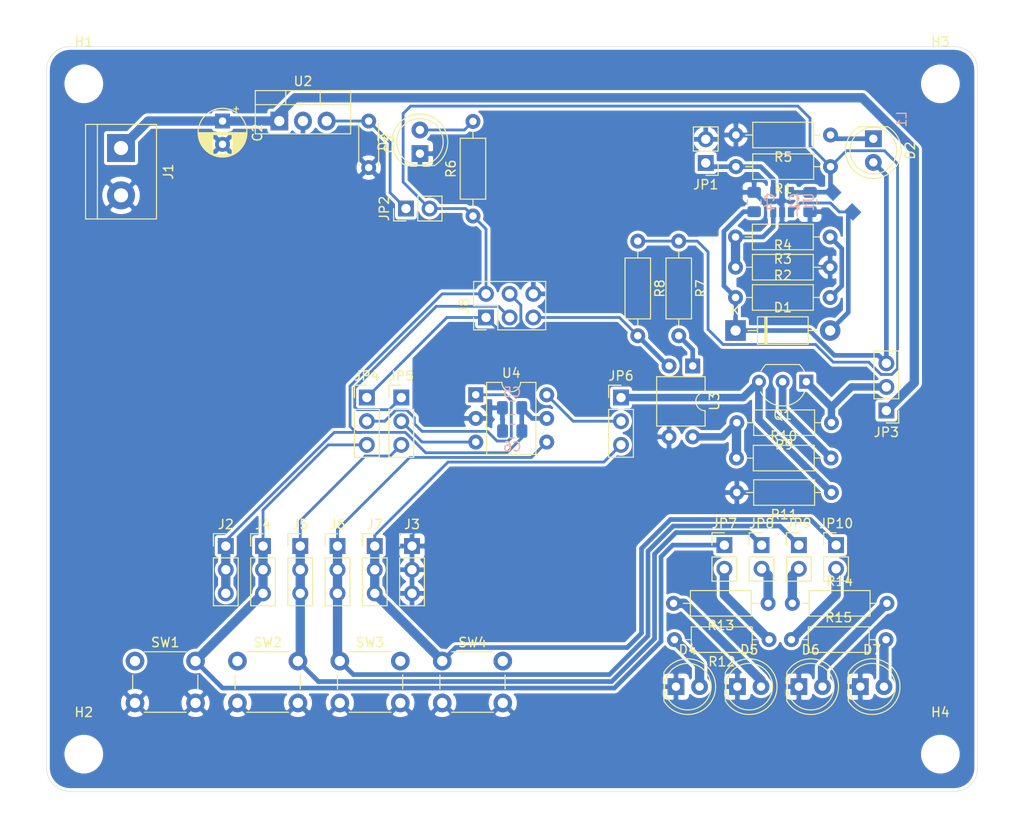
<source format=kicad_pcb>
(kicad_pcb (version 20171130) (host pcbnew 5.1.8)
  (layers (0 F.Cu signal) (31 B.Cu signal) (34 B.Paste user) (35 F.Paste user) (36 B.SilkS user) (37 F.SilkS user) (38 B.Mask user) (39 F.Mask user) (44 Edge.Cuts user))
  (net 0 "")
  (net 1 +5V)
  (net 2 GND)
  (net 3 Vin)
  (net 4 "Net-(C3-Pad1)")
  (net 5 dcdc_12V)
  (net 6 "Net-(D1-Pad2)")
  (net 7 "Net-(D2-Pad1)")
  (net 8 "Net-(D3-Pad2)")
  (net 9 "Net-(D4-Pad2)")
  (net 10 "Net-(D5-Pad2)")
  (net 11 "Net-(D6-Pad2)")
  (net 12 "Net-(D7-Pad2)")
  (net 13 "Net-(JP1-Pad1)")
  (net 14 +12V)
  (net 15 "Net-(JP4-Pad2)")
  (net 16 "Net-(JP5-Pad2)")
  (net 17 "Net-(JP6-Pad2)")
  (net 18 "Net-(Q1-Pad2)")
  (net 19 "Net-(R2-Pad2)")
  (net 20 "Net-(R3-Pad2)")
  (net 21 "Net-(R7-Pad2)")
  (net 22 "Net-(R10-Pad1)")
  (net 23 PB0)
  (net 24 PB1)
  (net 25 PB2)
  (net 26 PB3)
  (net 27 DATA)
  (net 28 CLK)
  (net 29 RESET)
  (net 30 PROG_12V)
  (net 31 "Net-(JP7-Pad2)")
  (net 32 "Net-(JP8-Pad2)")
  (net 33 "Net-(JP9-Pad2)")
  (net 34 "Net-(JP10-Pad2)")
  (module MountingHole:MountingHole_3.5mm (layer F.Cu) (at 196 126)
    (fp_text reference H4 (at 0 -4.5) (layer F.SilkS))
    (fp_text value M3)
    (pad 1 np_thru_hole circle (at 0 0) (size 3.5 3.5) (drill 3.5) (layers *.Cu *.Mask))
  )
  (module MountingHole:MountingHole_3.5mm (layer F.Cu) (at 196 54)
    (fp_text reference H3 (at 0 -4.5) (layer F.SilkS))
    (fp_text value M3)
    (pad 1 np_thru_hole circle (at 0 0) (size 3.5 3.5) (drill 3.5) (layers *.Cu *.Mask))
  )
  (module MountingHole:MountingHole_3.5mm (layer F.Cu) (at 104 126)
    (fp_text reference H2 (at 0 -4.5) (layer F.SilkS))
    (fp_text value M3)
    (pad 1 np_thru_hole circle (at 0 0) (size 3.5 3.5) (drill 3.5) (layers *.Cu *.Mask))
  )
  (module MountingHole:MountingHole_3.5mm (layer F.Cu) (at 104 54)
    (fp_text reference H1 (at 0 -4.5) (layer F.SilkS))
    (fp_text value M3)
    (pad 1 np_thru_hole circle (at 0 0) (size 3.5 3.5) (drill 3.5) (layers *.Cu *.Mask))
  )
  (module Connector_PinHeader_2.54mm:PinHeader_1x02_P2.54mm_Vertical (layer F.Cu) (at 184.8 103.55)
    (fp_text reference JP10 (at 0 -2.33) (layer F.SilkS))
    (fp_text value Jumper)
    (pad 2 thru_hole oval (at 0 2.54) (size 1.7 1.7) (drill 1) (layers *.Cu *.Mask) (net 34 "Net-(JP10-Pad2)"))
    (pad 1 thru_hole rect (at 0 0) (size 1.7 1.7) (drill 1) (layers *.Cu *.Mask) (net 26 PB3))
  )
  (module Connector_PinHeader_2.54mm:PinHeader_1x02_P2.54mm_Vertical (layer F.Cu) (at 180.8 103.55)
    (fp_text reference JP9 (at 0 -2.33) (layer F.SilkS))
    (fp_text value Jumper)
    (pad 2 thru_hole oval (at 0 2.54) (size 1.7 1.7) (drill 1) (layers *.Cu *.Mask) (net 33 "Net-(JP9-Pad2)"))
    (pad 1 thru_hole rect (at 0 0) (size 1.7 1.7) (drill 1) (layers *.Cu *.Mask) (net 25 PB2))
  )
  (module Connector_PinHeader_2.54mm:PinHeader_1x02_P2.54mm_Vertical (layer F.Cu) (at 176.8 103.55)
    (fp_text reference JP8 (at 0 -2.33) (layer F.SilkS))
    (fp_text value Jumper)
    (pad 2 thru_hole oval (at 0 2.54) (size 1.7 1.7) (drill 1) (layers *.Cu *.Mask) (net 32 "Net-(JP8-Pad2)"))
    (pad 1 thru_hole rect (at 0 0) (size 1.7 1.7) (drill 1) (layers *.Cu *.Mask) (net 24 PB1))
  )
  (module Connector_PinHeader_2.54mm:PinHeader_1x02_P2.54mm_Vertical (layer F.Cu) (at 172.8 103.55)
    (fp_text reference JP7 (at 0 -2.33) (layer F.SilkS))
    (fp_text value Jumper)
    (pad 2 thru_hole oval (at 0 2.54) (size 1.7 1.7) (drill 1) (layers *.Cu *.Mask) (net 31 "Net-(JP7-Pad2)"))
    (pad 1 thru_hole rect (at 0 0) (size 1.7 1.7) (drill 1) (layers *.Cu *.Mask) (net 23 PB0))
  )
  (module Capacitor_SMD:C_0805_2012Metric_Pad1.18x1.45mm_HandSolder (layer B.Cu) (at 182 66.7 270)
    (fp_text reference C1 (at 0 1.68 90) (layer B.SilkS) (effects (justify mirror)))
    (fp_text value 1u)
    (pad 1 smd roundrect (at -1.0375 0 270) (size 1.175 1.45) (layers B.Cu B.Paste B.Mask) (roundrect_rratio 0.2127659574468085) (net 1 +5V))
    (pad 2 smd roundrect (at 1.0375 0 270) (size 1.175 1.45) (layers B.Cu B.Paste B.Mask) (roundrect_rratio 0.2127659574468085) (net 2 GND))
  )
  (module Capacitor_THT:CP_Radial_D5.0mm_P2.50mm (layer F.Cu) (at 118.9 58 270)
    (fp_text reference C2 (at 1.25 -3.75 90) (layer F.SilkS))
    (fp_text value 0.33u)
    (pad 1 thru_hole rect (at 0 0 270) (size 1.6 1.6) (drill 0.8) (layers *.Cu *.Mask) (net 3 Vin))
    (pad 2 thru_hole circle (at 2.5 0 270) (size 1.6 1.6) (drill 0.8) (layers *.Cu *.Mask) (net 2 GND))
  )
  (module Capacitor_THT:C_Disc_D4.3mm_W1.9mm_P5.00mm (layer F.Cu) (at 134.6 58 270)
    (fp_text reference C3 (at 2.5 -2.2 90) (layer F.SilkS))
    (fp_text value 100n)
    (pad 1 thru_hole circle (at 0 0 270) (size 1.6 1.6) (drill 0.8) (layers *.Cu *.Mask) (net 4 "Net-(C3-Pad1)"))
    (pad 2 thru_hole circle (at 5 0 270) (size 1.6 1.6) (drill 0.8) (layers *.Cu *.Mask) (net 2 GND))
  )
  (module Capacitor_SMD:C_0805_2012Metric_Pad1.18x1.45mm_HandSolder (layer B.Cu) (at 176 66.7 90)
    (fp_text reference C4 (at 0 1.68 90) (layer B.SilkS) (effects (justify mirror)))
    (fp_text value 1u)
    (pad 2 smd roundrect (at 1.0375 0 90) (size 1.175 1.45) (layers B.Cu B.Paste B.Mask) (roundrect_rratio 0.2127659574468085) (net 2 GND))
    (pad 1 smd roundrect (at -1.0375 0 90) (size 1.175 1.45) (layers B.Cu B.Paste B.Mask) (roundrect_rratio 0.2127659574468085) (net 5 dcdc_12V))
  )
  (module Diode_THT:D_DO-41_SOD81_P10.16mm_Horizontal (layer F.Cu) (at 174 80.5)
    (fp_text reference D1 (at 5.08 -2.47) (layer F.SilkS))
    (fp_text value 1N5819)
    (fp_text user K (at 0 -2.1) (layer F.SilkS))
    (pad 1 thru_hole rect (at 0 0) (size 2.2 2.2) (drill 1.1) (layers *.Cu *.Mask) (net 5 dcdc_12V))
    (pad 2 thru_hole oval (at 10.16 0) (size 2.2 2.2) (drill 1.1) (layers *.Cu *.Mask) (net 6 "Net-(D1-Pad2)"))
  )
  (module LED_THT:LED_D5.0mm (layer F.Cu) (at 188.8 59.9 270)
    (fp_text reference D2 (at 1.27 -3.96 90) (layer F.SilkS))
    (fp_text value LED)
    (pad 2 thru_hole circle (at 2.54 0 270) (size 1.8 1.8) (drill 0.9) (layers *.Cu *.Mask) (net 5 dcdc_12V))
    (pad 1 thru_hole rect (at 0 0 270) (size 1.8 1.8) (drill 0.9) (layers *.Cu *.Mask) (net 7 "Net-(D2-Pad1)"))
  )
  (module LED_THT:LED_D5.0mm (layer F.Cu) (at 140.1 61.5 90)
    (fp_text reference D3 (at 1.27 -3.96 90) (layer F.SilkS))
    (fp_text value LED)
    (pad 2 thru_hole circle (at 2.54 0 90) (size 1.8 1.8) (drill 0.9) (layers *.Cu *.Mask) (net 8 "Net-(D3-Pad2)"))
    (pad 1 thru_hole rect (at 0 0 90) (size 1.8 1.8) (drill 0.9) (layers *.Cu *.Mask) (net 2 GND))
  )
  (module LED_THT:LED_D5.0mm (layer F.Cu) (at 167.6 118.75)
    (fp_text reference D4 (at 1.27 -3.96) (layer F.SilkS))
    (fp_text value LED)
    (pad 1 thru_hole rect (at 0 0) (size 1.8 1.8) (drill 0.9) (layers *.Cu *.Mask) (net 2 GND))
    (pad 2 thru_hole circle (at 2.54 0) (size 1.8 1.8) (drill 0.9) (layers *.Cu *.Mask) (net 9 "Net-(D4-Pad2)"))
  )
  (module LED_THT:LED_D5.0mm (layer F.Cu) (at 174.2 118.75)
    (fp_text reference D5 (at 1.27 -3.96) (layer F.SilkS))
    (fp_text value LED)
    (pad 2 thru_hole circle (at 2.54 0) (size 1.8 1.8) (drill 0.9) (layers *.Cu *.Mask) (net 10 "Net-(D5-Pad2)"))
    (pad 1 thru_hole rect (at 0 0) (size 1.8 1.8) (drill 0.9) (layers *.Cu *.Mask) (net 2 GND))
  )
  (module LED_THT:LED_D5.0mm (layer F.Cu) (at 180.8 118.75)
    (fp_text reference D6 (at 1.27 -3.96) (layer F.SilkS))
    (fp_text value LED)
    (pad 1 thru_hole rect (at 0 0) (size 1.8 1.8) (drill 0.9) (layers *.Cu *.Mask) (net 2 GND))
    (pad 2 thru_hole circle (at 2.54 0) (size 1.8 1.8) (drill 0.9) (layers *.Cu *.Mask) (net 11 "Net-(D6-Pad2)"))
  )
  (module LED_THT:LED_D5.0mm (layer F.Cu) (at 187.4 118.75)
    (fp_text reference D7 (at 1.27 -3.96) (layer F.SilkS))
    (fp_text value LED)
    (pad 1 thru_hole rect (at 0 0) (size 1.8 1.8) (drill 0.9) (layers *.Cu *.Mask) (net 2 GND))
    (pad 2 thru_hole circle (at 2.54 0) (size 1.8 1.8) (drill 0.9) (layers *.Cu *.Mask) (net 12 "Net-(D7-Pad2)"))
  )
  (module Connector_PinHeader_2.54mm:PinHeader_1x03_P2.54mm_Vertical (layer F.Cu) (at 119.25 103.65)
    (fp_text reference J2 (at 0 -2.33) (layer F.SilkS))
    (fp_text value Conn_01x03)
    (pad 3 thru_hole oval (at 0 5.08) (size 1.7 1.7) (drill 1) (layers *.Cu *.Mask) (net 1 +5V))
    (pad 2 thru_hole oval (at 0 2.54) (size 1.7 1.7) (drill 1) (layers *.Cu *.Mask) (net 1 +5V))
    (pad 1 thru_hole rect (at 0 0) (size 1.7 1.7) (drill 1) (layers *.Cu *.Mask) (net 1 +5V))
  )
  (module Connector_PinHeader_2.54mm:PinHeader_1x03_P2.54mm_Vertical (layer F.Cu) (at 139.25 103.65)
    (fp_text reference J3 (at 0 -2.33) (layer F.SilkS))
    (fp_text value Conn_01x03)
    (pad 1 thru_hole rect (at 0 0) (size 1.7 1.7) (drill 1) (layers *.Cu *.Mask) (net 2 GND))
    (pad 2 thru_hole oval (at 0 2.54) (size 1.7 1.7) (drill 1) (layers *.Cu *.Mask) (net 2 GND))
    (pad 3 thru_hole oval (at 0 5.08) (size 1.7 1.7) (drill 1) (layers *.Cu *.Mask) (net 2 GND))
  )
  (module Connector_PinHeader_2.54mm:PinHeader_1x03_P2.54mm_Vertical (layer F.Cu) (at 123.25 103.65)
    (fp_text reference J4 (at 0 -2.33) (layer F.SilkS))
    (fp_text value Conn_01x03)
    (pad 1 thru_hole rect (at 0 0) (size 1.7 1.7) (drill 1) (layers *.Cu *.Mask) (net 23 PB0))
    (pad 2 thru_hole oval (at 0 2.54) (size 1.7 1.7) (drill 1) (layers *.Cu *.Mask) (net 23 PB0))
    (pad 3 thru_hole oval (at 0 5.08) (size 1.7 1.7) (drill 1) (layers *.Cu *.Mask) (net 23 PB0))
  )
  (module Connector_PinHeader_2.54mm:PinHeader_1x03_P2.54mm_Vertical (layer F.Cu) (at 127.25 103.65)
    (fp_text reference J5 (at 0 -2.33) (layer F.SilkS))
    (fp_text value Conn_01x03)
    (pad 1 thru_hole rect (at 0 0) (size 1.7 1.7) (drill 1) (layers *.Cu *.Mask) (net 24 PB1))
    (pad 2 thru_hole oval (at 0 2.54) (size 1.7 1.7) (drill 1) (layers *.Cu *.Mask) (net 24 PB1))
    (pad 3 thru_hole oval (at 0 5.08) (size 1.7 1.7) (drill 1) (layers *.Cu *.Mask) (net 24 PB1))
  )
  (module Connector_PinHeader_2.54mm:PinHeader_1x03_P2.54mm_Vertical (layer F.Cu) (at 131.25 103.65)
    (fp_text reference J6 (at 0 -2.33) (layer F.SilkS))
    (fp_text value Conn_01x03)
    (pad 3 thru_hole oval (at 0 5.08) (size 1.7 1.7) (drill 1) (layers *.Cu *.Mask) (net 25 PB2))
    (pad 2 thru_hole oval (at 0 2.54) (size 1.7 1.7) (drill 1) (layers *.Cu *.Mask) (net 25 PB2))
    (pad 1 thru_hole rect (at 0 0) (size 1.7 1.7) (drill 1) (layers *.Cu *.Mask) (net 25 PB2))
  )
  (module Connector_PinHeader_2.54mm:PinHeader_1x03_P2.54mm_Vertical (layer F.Cu) (at 135.25 103.65)
    (fp_text reference J7 (at 0 -2.33) (layer F.SilkS))
    (fp_text value Conn_01x03)
    (pad 1 thru_hole rect (at 0 0) (size 1.7 1.7) (drill 1) (layers *.Cu *.Mask) (net 26 PB3))
    (pad 2 thru_hole oval (at 0 2.54) (size 1.7 1.7) (drill 1) (layers *.Cu *.Mask) (net 26 PB3))
    (pad 3 thru_hole oval (at 0 5.08) (size 1.7 1.7) (drill 1) (layers *.Cu *.Mask) (net 26 PB3))
  )
  (module Connector_PinHeader_2.54mm:PinHeader_1x02_P2.54mm_Vertical (layer F.Cu) (at 170.8 62.5 180)
    (fp_text reference JP1 (at 0 -2.33) (layer F.SilkS))
    (fp_text value Jumper_2)
    (pad 2 thru_hole oval (at 0 2.54 180) (size 1.7 1.7) (drill 1) (layers *.Cu *.Mask) (net 2 GND))
    (pad 1 thru_hole rect (at 0 0 180) (size 1.7 1.7) (drill 1) (layers *.Cu *.Mask) (net 13 "Net-(JP1-Pad1)"))
  )
  (module Connector_PinHeader_2.54mm:PinHeader_1x02_P2.54mm_Vertical (layer F.Cu) (at 138.6 67.4 90)
    (fp_text reference JP2 (at 0 -2.33 90) (layer F.SilkS))
    (fp_text value Jumper_2)
    (pad 1 thru_hole rect (at 0 0 90) (size 1.7 1.7) (drill 1) (layers *.Cu *.Mask) (net 4 "Net-(C3-Pad1)"))
    (pad 2 thru_hole oval (at 0 2.54 90) (size 1.7 1.7) (drill 1) (layers *.Cu *.Mask) (net 1 +5V))
  )
  (module Connector_PinHeader_2.54mm:PinHeader_1x03_P2.54mm_Vertical (layer F.Cu) (at 190.2 89.1 180)
    (fp_text reference JP3 (at 0 -2.33) (layer F.SilkS))
    (fp_text value Jumper_3)
    (pad 3 thru_hole oval (at 0 5.08 180) (size 1.7 1.7) (drill 1) (layers *.Cu *.Mask) (net 5 dcdc_12V))
    (pad 2 thru_hole oval (at 0 2.54 180) (size 1.7 1.7) (drill 1) (layers *.Cu *.Mask) (net 14 +12V))
    (pad 1 thru_hole rect (at 0 0 180) (size 1.7 1.7) (drill 1) (layers *.Cu *.Mask) (net 3 Vin))
  )
  (module Connector_PinHeader_2.54mm:PinHeader_1x03_P2.54mm_Vertical (layer F.Cu) (at 134.4 87.7)
    (fp_text reference JP4 (at 0 -2.33) (layer F.SilkS))
    (fp_text value Jumper_3)
    (pad 1 thru_hole rect (at 0 0) (size 1.7 1.7) (drill 1) (layers *.Cu *.Mask) (net 27 DATA))
    (pad 2 thru_hole oval (at 0 2.54) (size 1.7 1.7) (drill 1) (layers *.Cu *.Mask) (net 15 "Net-(JP4-Pad2)"))
    (pad 3 thru_hole oval (at 0 5.08) (size 1.7 1.7) (drill 1) (layers *.Cu *.Mask) (net 23 PB0))
  )
  (module Connector_PinHeader_2.54mm:PinHeader_1x03_P2.54mm_Vertical (layer F.Cu) (at 138.1 87.7)
    (fp_text reference JP5 (at 0 -2.33) (layer F.SilkS))
    (fp_text value Jumper_3)
    (pad 3 thru_hole oval (at 0 5.08) (size 1.7 1.7) (drill 1) (layers *.Cu *.Mask) (net 24 PB1))
    (pad 2 thru_hole oval (at 0 2.54) (size 1.7 1.7) (drill 1) (layers *.Cu *.Mask) (net 16 "Net-(JP5-Pad2)"))
    (pad 1 thru_hole rect (at 0 0) (size 1.7 1.7) (drill 1) (layers *.Cu *.Mask) (net 28 CLK))
  )
  (module Connector_PinHeader_2.54mm:PinHeader_1x03_P2.54mm_Vertical (layer F.Cu) (at 161.7 87.7)
    (fp_text reference JP6 (at 0 -2.33) (layer F.SilkS))
    (fp_text value Jumper_3)
    (pad 3 thru_hole oval (at 0 5.08) (size 1.7 1.7) (drill 1) (layers *.Cu *.Mask) (net 26 PB3))
    (pad 2 thru_hole oval (at 0 2.54) (size 1.7 1.7) (drill 1) (layers *.Cu *.Mask) (net 17 "Net-(JP6-Pad2)"))
    (pad 1 thru_hole rect (at 0 0) (size 1.7 1.7) (drill 1) (layers *.Cu *.Mask) (net 30 PROG_12V))
  )
  (module pl_inductor:sumida_cdrh2d11 (layer B.Cu) (at 185.5 66.7 90)
    (fp_text reference L1 (at 8.89 6.35 90) (layer B.SilkS) (effects (justify mirror)))
    (fp_text value 10uH)
    (pad 1 smd rect (at -1.061 1.061 45) (size 1.3 1.4) (layers B.Cu B.Paste B.Mask) (net 6 "Net-(D1-Pad2)"))
    (pad 2 smd rect (at 1.061 -1.061 45) (size 1.3 1.4) (layers B.Cu B.Paste B.Mask) (net 1 +5V))
  )
  (module Package_TO_SOT_THT:TO-92_Inline_Wide (layer F.Cu) (at 181.6 86 180)
    (fp_text reference Q1 (at 2.54 -3.56) (layer F.SilkS))
    (fp_text value 2N3906)
    (pad 2 thru_hole circle (at 2.54 0 180) (size 1.5 1.5) (drill 0.8) (layers *.Cu *.Mask) (net 18 "Net-(Q1-Pad2)"))
    (pad 3 thru_hole circle (at 5.08 0 180) (size 1.5 1.5) (drill 0.8) (layers *.Cu *.Mask) (net 30 PROG_12V))
    (pad 1 thru_hole rect (at 0 0 180) (size 1.5 1.5) (drill 0.8) (layers *.Cu *.Mask) (net 14 +12V))
  )
  (module Resistor_THT:R_Axial_DIN0207_L6.3mm_D2.5mm_P10.16mm_Horizontal (layer F.Cu) (at 184.2 62.9 180)
    (fp_text reference R1 (at 5.08 -2.37) (layer F.SilkS))
    (fp_text value 10k)
    (pad 1 thru_hole circle (at 0 0 180) (size 1.6 1.6) (drill 0.8) (layers *.Cu *.Mask) (net 1 +5V))
    (pad 2 thru_hole oval (at 10.16 0 180) (size 1.6 1.6) (drill 0.8) (layers *.Cu *.Mask) (net 13 "Net-(JP1-Pad1)"))
  )
  (module Resistor_THT:R_Axial_DIN0207_L6.3mm_D2.5mm_P10.16mm_Horizontal (layer F.Cu) (at 174 76.95)
    (fp_text reference R2 (at 5.08 -2.37) (layer F.SilkS))
    (fp_text value 39k)
    (pad 1 thru_hole circle (at 0 0) (size 1.6 1.6) (drill 0.8) (layers *.Cu *.Mask) (net 5 dcdc_12V))
    (pad 2 thru_hole oval (at 10.16 0) (size 1.6 1.6) (drill 0.8) (layers *.Cu *.Mask) (net 19 "Net-(R2-Pad2)"))
  )
  (module Resistor_THT:R_Axial_DIN0207_L6.3mm_D2.5mm_P10.16mm_Horizontal (layer F.Cu) (at 184.16 70.45 180)
    (fp_text reference R3 (at 5.08 -2.37) (layer F.SilkS))
    (fp_text value 10k)
    (pad 2 thru_hole oval (at 10.16 0 180) (size 1.6 1.6) (drill 0.8) (layers *.Cu *.Mask) (net 20 "Net-(R3-Pad2)"))
    (pad 1 thru_hole circle (at 0 0 180) (size 1.6 1.6) (drill 0.8) (layers *.Cu *.Mask) (net 19 "Net-(R2-Pad2)"))
  )
  (module Resistor_THT:R_Axial_DIN0207_L6.3mm_D2.5mm_P10.16mm_Horizontal (layer F.Cu) (at 174 73.7)
    (fp_text reference R4 (at 5.08 -2.37) (layer F.SilkS))
    (fp_text value 5.6k)
    (pad 1 thru_hole circle (at 0 0) (size 1.6 1.6) (drill 0.8) (layers *.Cu *.Mask) (net 20 "Net-(R3-Pad2)"))
    (pad 2 thru_hole oval (at 10.16 0) (size 1.6 1.6) (drill 0.8) (layers *.Cu *.Mask) (net 2 GND))
  )
  (module Resistor_THT:R_Axial_DIN0207_L6.3mm_D2.5mm_P10.16mm_Horizontal (layer F.Cu) (at 184.2 59.5 180)
    (fp_text reference R5 (at 5.08 -2.37) (layer F.SilkS))
    (fp_text value 1k)
    (pad 2 thru_hole oval (at 10.16 0 180) (size 1.6 1.6) (drill 0.8) (layers *.Cu *.Mask) (net 2 GND))
    (pad 1 thru_hole circle (at 0 0 180) (size 1.6 1.6) (drill 0.8) (layers *.Cu *.Mask) (net 7 "Net-(D2-Pad1)"))
  )
  (module Resistor_THT:R_Axial_DIN0207_L6.3mm_D2.5mm_P10.16mm_Horizontal (layer F.Cu) (at 145.8 68.2 90)
    (fp_text reference R6 (at 5.08 -2.37 90) (layer F.SilkS))
    (fp_text value 1k)
    (pad 1 thru_hole circle (at 0 0 90) (size 1.6 1.6) (drill 0.8) (layers *.Cu *.Mask) (net 1 +5V))
    (pad 2 thru_hole oval (at 10.16 0 90) (size 1.6 1.6) (drill 0.8) (layers *.Cu *.Mask) (net 8 "Net-(D3-Pad2)"))
  )
  (module Resistor_THT:R_Axial_DIN0207_L6.3mm_D2.5mm_P10.16mm_Horizontal (layer F.Cu) (at 167.9 70.9 270)
    (fp_text reference R7 (at 5.08 -2.37 90) (layer F.SilkS))
    (fp_text value 100)
    (pad 1 thru_hole circle (at 0 0 270) (size 1.6 1.6) (drill 0.8) (layers *.Cu *.Mask) (net 1 +5V))
    (pad 2 thru_hole oval (at 10.16 0 270) (size 1.6 1.6) (drill 0.8) (layers *.Cu *.Mask) (net 21 "Net-(R7-Pad2)"))
  )
  (module Resistor_THT:R_Axial_DIN0207_L6.3mm_D2.5mm_P10.16mm_Horizontal (layer F.Cu) (at 163.5 70.9 270)
    (fp_text reference R8 (at 5.08 -2.37 90) (layer F.SilkS))
    (fp_text value 10k)
    (pad 2 thru_hole oval (at 10.16 0 270) (size 1.6 1.6) (drill 0.8) (layers *.Cu *.Mask) (net 29 RESET))
    (pad 1 thru_hole circle (at 0 0 270) (size 1.6 1.6) (drill 0.8) (layers *.Cu *.Mask) (net 1 +5V))
  )
  (module Resistor_THT:R_Axial_DIN0207_L6.3mm_D2.5mm_P10.16mm_Horizontal (layer F.Cu) (at 184.3 90.4 180)
    (fp_text reference R9 (at 5.08 -2.37) (layer F.SilkS))
    (fp_text value 10k)
    (pad 1 thru_hole circle (at 0 0 180) (size 1.6 1.6) (drill 0.8) (layers *.Cu *.Mask) (net 14 +12V))
    (pad 2 thru_hole oval (at 10.16 0 180) (size 1.6 1.6) (drill 0.8) (layers *.Cu *.Mask) (net 22 "Net-(R10-Pad1)"))
  )
  (module Resistor_THT:R_Axial_DIN0207_L6.3mm_D2.5mm_P10.16mm_Horizontal (layer F.Cu) (at 174.1 94.2)
    (fp_text reference R10 (at 5.08 -2.37) (layer F.SilkS))
    (fp_text value 1k)
    (pad 2 thru_hole oval (at 10.16 0) (size 1.6 1.6) (drill 0.8) (layers *.Cu *.Mask) (net 18 "Net-(Q1-Pad2)"))
    (pad 1 thru_hole circle (at 0 0) (size 1.6 1.6) (drill 0.8) (layers *.Cu *.Mask) (net 22 "Net-(R10-Pad1)"))
  )
  (module Resistor_THT:R_Axial_DIN0207_L6.3mm_D2.5mm_P10.16mm_Horizontal (layer F.Cu) (at 184.3 97.9 180)
    (fp_text reference R11 (at 5.08 -2.37) (layer F.SilkS))
    (fp_text value 1k)
    (pad 2 thru_hole oval (at 10.16 0 180) (size 1.6 1.6) (drill 0.8) (layers *.Cu *.Mask) (net 2 GND))
    (pad 1 thru_hole circle (at 0 0 180) (size 1.6 1.6) (drill 0.8) (layers *.Cu *.Mask) (net 30 PROG_12V))
  )
  (module Resistor_THT:R_Axial_DIN0207_L6.3mm_D2.5mm_P10.16mm_Horizontal (layer F.Cu) (at 177.6 113.7 180)
    (fp_text reference R12 (at 5.08 -2.37) (layer F.SilkS))
    (fp_text value 1k)
    (pad 2 thru_hole oval (at 10.16 0 180) (size 1.6 1.6) (drill 0.8) (layers *.Cu *.Mask) (net 9 "Net-(D4-Pad2)"))
    (pad 1 thru_hole circle (at 0 0 180) (size 1.6 1.6) (drill 0.8) (layers *.Cu *.Mask) (net 31 "Net-(JP7-Pad2)"))
  )
  (module Resistor_THT:R_Axial_DIN0207_L6.3mm_D2.5mm_P10.16mm_Horizontal (layer F.Cu) (at 177.5 109.8 180)
    (fp_text reference R13 (at 5.08 -2.37) (layer F.SilkS))
    (fp_text value 1k)
    (pad 1 thru_hole circle (at 0 0 180) (size 1.6 1.6) (drill 0.8) (layers *.Cu *.Mask) (net 32 "Net-(JP8-Pad2)"))
    (pad 2 thru_hole oval (at 10.16 0 180) (size 1.6 1.6) (drill 0.8) (layers *.Cu *.Mask) (net 10 "Net-(D5-Pad2)"))
  )
  (module Resistor_THT:R_Axial_DIN0207_L6.3mm_D2.5mm_P10.16mm_Horizontal (layer F.Cu) (at 180.1 109.8)
    (fp_text reference R14 (at 5.08 -2.37) (layer F.SilkS))
    (fp_text value 1k)
    (pad 1 thru_hole circle (at 0 0) (size 1.6 1.6) (drill 0.8) (layers *.Cu *.Mask) (net 33 "Net-(JP9-Pad2)"))
    (pad 2 thru_hole oval (at 10.16 0) (size 1.6 1.6) (drill 0.8) (layers *.Cu *.Mask) (net 11 "Net-(D6-Pad2)"))
  )
  (module Resistor_THT:R_Axial_DIN0207_L6.3mm_D2.5mm_P10.16mm_Horizontal (layer F.Cu) (at 180 113.7)
    (fp_text reference R15 (at 5.08 -2.37) (layer F.SilkS))
    (fp_text value 1k)
    (pad 2 thru_hole oval (at 10.16 0) (size 1.6 1.6) (drill 0.8) (layers *.Cu *.Mask) (net 12 "Net-(D7-Pad2)"))
    (pad 1 thru_hole circle (at 0 0) (size 1.6 1.6) (drill 0.8) (layers *.Cu *.Mask) (net 34 "Net-(JP10-Pad2)"))
  )
  (module Button_Switch_THT:SW_PUSH_6mm (layer F.Cu) (at 109.5 116)
    (fp_text reference SW1 (at 3.25 -2) (layer F.SilkS))
    (fp_text value SW_Push)
    (pad 1 thru_hole circle (at 6.5 0 90) (size 2 2) (drill 1.1) (layers *.Cu *.Mask) (net 23 PB0))
    (pad 2 thru_hole circle (at 6.5 4.5 90) (size 2 2) (drill 1.1) (layers *.Cu *.Mask) (net 2 GND))
    (pad 1 thru_hole circle (at 0 0 90) (size 2 2) (drill 1.1) (layers *.Cu *.Mask) (net 23 PB0))
    (pad 2 thru_hole circle (at 0 4.5 90) (size 2 2) (drill 1.1) (layers *.Cu *.Mask) (net 2 GND))
  )
  (module Button_Switch_THT:SW_PUSH_6mm (layer F.Cu) (at 120.5 116)
    (fp_text reference SW2 (at 3.25 -2) (layer F.SilkS))
    (fp_text value SW_Push)
    (pad 2 thru_hole circle (at 0 4.5 90) (size 2 2) (drill 1.1) (layers *.Cu *.Mask) (net 2 GND))
    (pad 1 thru_hole circle (at 0 0 90) (size 2 2) (drill 1.1) (layers *.Cu *.Mask) (net 24 PB1))
    (pad 2 thru_hole circle (at 6.5 4.5 90) (size 2 2) (drill 1.1) (layers *.Cu *.Mask) (net 2 GND))
    (pad 1 thru_hole circle (at 6.5 0 90) (size 2 2) (drill 1.1) (layers *.Cu *.Mask) (net 24 PB1))
  )
  (module Button_Switch_THT:SW_PUSH_6mm (layer F.Cu) (at 131.5 116)
    (fp_text reference SW3 (at 3.25 -2) (layer F.SilkS))
    (fp_text value SW_Push)
    (pad 1 thru_hole circle (at 6.5 0 90) (size 2 2) (drill 1.1) (layers *.Cu *.Mask) (net 25 PB2))
    (pad 2 thru_hole circle (at 6.5 4.5 90) (size 2 2) (drill 1.1) (layers *.Cu *.Mask) (net 2 GND))
    (pad 1 thru_hole circle (at 0 0 90) (size 2 2) (drill 1.1) (layers *.Cu *.Mask) (net 25 PB2))
    (pad 2 thru_hole circle (at 0 4.5 90) (size 2 2) (drill 1.1) (layers *.Cu *.Mask) (net 2 GND))
  )
  (module Button_Switch_THT:SW_PUSH_6mm (layer F.Cu) (at 142.5 116)
    (fp_text reference SW4 (at 3.25 -2) (layer F.SilkS))
    (fp_text value SW_Push)
    (pad 2 thru_hole circle (at 0 4.5 90) (size 2 2) (drill 1.1) (layers *.Cu *.Mask) (net 2 GND))
    (pad 1 thru_hole circle (at 0 0 90) (size 2 2) (drill 1.1) (layers *.Cu *.Mask) (net 26 PB3))
    (pad 2 thru_hole circle (at 6.5 4.5 90) (size 2 2) (drill 1.1) (layers *.Cu *.Mask) (net 2 GND))
    (pad 1 thru_hole circle (at 6.5 0 90) (size 2 2) (drill 1.1) (layers *.Cu *.Mask) (net 26 PB3))
  )
  (module Package_TO_SOT_SMD:SOT-23-5 (layer B.Cu) (at 179 66.7 90)
    (fp_text reference U1 (at 0 2.9 90) (layer B.SilkS) (effects (justify mirror)))
    (fp_text value AP3012)
    (pad 1 smd rect (at -1.1 0.95 90) (size 1.06 0.65) (layers B.Cu B.Paste B.Mask) (net 6 "Net-(D1-Pad2)"))
    (pad 2 smd rect (at -1.1 0 90) (size 1.06 0.65) (layers B.Cu B.Paste B.Mask) (net 2 GND))
    (pad 3 smd rect (at -1.1 -0.95 90) (size 1.06 0.65) (layers B.Cu B.Paste B.Mask) (net 20 "Net-(R3-Pad2)"))
    (pad 4 smd rect (at 1.1 -0.95 90) (size 1.06 0.65) (layers B.Cu B.Paste B.Mask) (net 13 "Net-(JP1-Pad1)"))
    (pad 5 smd rect (at 1.1 0.95 90) (size 1.06 0.65) (layers B.Cu B.Paste B.Mask) (net 1 +5V))
  )
  (module Package_TO_SOT_THT:TO-220-3_Vertical (layer F.Cu) (at 125 58)
    (fp_text reference U2 (at 2.54 -4.27) (layer F.SilkS))
    (fp_text value L7805)
    (pad 1 thru_hole rect (at 0 0) (size 1.905 2) (drill 1.1) (layers *.Cu *.Mask) (net 3 Vin))
    (pad 2 thru_hole oval (at 2.54 0) (size 1.905 2) (drill 1.1) (layers *.Cu *.Mask) (net 2 GND))
    (pad 3 thru_hole oval (at 5.08 0) (size 1.905 2) (drill 1.1) (layers *.Cu *.Mask) (net 4 "Net-(C3-Pad1)"))
  )
  (module Package_DIP:DIP-4_W7.62mm (layer F.Cu) (at 169.4 84.3 270)
    (fp_text reference U3 (at 3.81 -2.33 90) (layer F.SilkS))
    (fp_text value PC817)
    (pad 1 thru_hole rect (at 0 0 270) (size 1.6 1.6) (drill 0.8) (layers *.Cu *.Mask) (net 21 "Net-(R7-Pad2)"))
    (pad 3 thru_hole oval (at 7.62 2.54 270) (size 1.6 1.6) (drill 0.8) (layers *.Cu *.Mask) (net 2 GND))
    (pad 2 thru_hole oval (at 0 2.54 270) (size 1.6 1.6) (drill 0.8) (layers *.Cu *.Mask) (net 29 RESET))
    (pad 4 thru_hole oval (at 7.62 0 270) (size 1.6 1.6) (drill 0.8) (layers *.Cu *.Mask) (net 22 "Net-(R10-Pad1)"))
  )
  (module Package_DIP:DIP-6_W7.62mm (layer F.Cu) (at 146.1 87.4)
    (fp_text reference U4 (at 3.81 -2.33) (layer F.SilkS))
    (fp_text value ATtiny10-TS)
    (pad 1 thru_hole rect (at 0 0) (size 1.6 1.6) (drill 0.8) (layers *.Cu *.Mask) (net 15 "Net-(JP4-Pad2)"))
    (pad 4 thru_hole oval (at 7.62 5.08) (size 1.6 1.6) (drill 0.8) (layers *.Cu *.Mask) (net 25 PB2))
    (pad 2 thru_hole oval (at 0 2.54) (size 1.6 1.6) (drill 0.8) (layers *.Cu *.Mask) (net 2 GND))
    (pad 5 thru_hole oval (at 7.62 2.54) (size 1.6 1.6) (drill 0.8) (layers *.Cu *.Mask) (net 1 +5V))
    (pad 3 thru_hole oval (at 0 5.08) (size 1.6 1.6) (drill 0.8) (layers *.Cu *.Mask) (net 16 "Net-(JP5-Pad2)"))
    (pad 6 thru_hole oval (at 7.62 0) (size 1.6 1.6) (drill 0.8) (layers *.Cu *.Mask) (net 17 "Net-(JP6-Pad2)"))
  )
  (module TerminalBlock:TerminalBlock_bornier-2_P5.08mm (layer F.Cu) (at 108 60.9 270)
    (fp_text reference J1 (at 2.54 -5.08 90) (layer F.SilkS))
    (fp_text value PWR)
    (pad 1 thru_hole rect (at 0 0 270) (size 3 3) (drill 1.52) (layers *.Cu *.Mask) (net 3 Vin))
    (pad 2 thru_hole circle (at 5.08 0 270) (size 3 3) (drill 1.52) (layers *.Cu *.Mask) (net 2 GND))
  )
  (module Capacitor_SMD:C_0805_2012Metric_Pad1.18x1.45mm_HandSolder (layer B.Cu) (at 150 88.8 180)
    (fp_text reference C5 (at 0 1.68) (layer B.SilkS) (effects (justify mirror)))
    (fp_text value 100n)
    (pad 2 smd roundrect (at 1.0375 0 180) (size 1.175 1.45) (layers B.Cu B.Paste B.Mask) (roundrect_rratio 0.2127659574468085) (net 2 GND))
    (pad 1 smd roundrect (at -1.0375 0 180) (size 1.175 1.45) (layers B.Cu B.Paste B.Mask) (roundrect_rratio 0.2127659574468085) (net 1 +5V))
  )
  (module Capacitor_SMD:C_0805_2012Metric_Pad1.18x1.45mm_HandSolder (layer B.Cu) (at 150.015001 91.294999)
    (fp_text reference C6 (at 0 1.68) (layer B.SilkS) (effects (justify mirror)))
    (fp_text value 10n)
    (pad 1 smd roundrect (at -1.0375 0) (size 1.175 1.45) (layers B.Cu B.Paste B.Mask) (roundrect_rratio 0.2127659574468085) (net 2 GND))
    (pad 2 smd roundrect (at 1.0375 0) (size 1.175 1.45) (layers B.Cu B.Paste B.Mask) (roundrect_rratio 0.2127659574468085) (net 1 +5V))
  )
  (module Connector_PinHeader_2.54mm:PinHeader_2x03_P2.54mm_Vertical (layer F.Cu) (at 147.2 79.1 90)
    (fp_text reference J8 (at 1.27 -2.33 90) (layer F.SilkS))
    (fp_text value USBasp-ISP)
    (pad 1 thru_hole rect (at 0 0 90) (size 1.7 1.7) (drill 1) (layers *.Cu *.Mask) (net 27 DATA))
    (pad 2 thru_hole oval (at 2.54 0 90) (size 1.7 1.7) (drill 1) (layers *.Cu *.Mask) (net 1 +5V))
    (pad 3 thru_hole oval (at 0 2.54 90) (size 1.7 1.7) (drill 1) (layers *.Cu *.Mask) (net 28 CLK))
    (pad 4 thru_hole oval (at 2.54 2.54 90) (size 1.7 1.7) (drill 1) (layers *.Cu *.Mask) (net 27 DATA))
    (pad 5 thru_hole oval (at 0 5.08 90) (size 1.7 1.7) (drill 1) (layers *.Cu *.Mask) (net 29 RESET))
    (pad 6 thru_hole oval (at 2.54 5.08 90) (size 1.7 1.7) (drill 1) (layers *.Cu *.Mask) (net 2 GND))
  )
  (gr_arc (start 197.5 52.5) (end 200 52.5) (angle -90) (layer Edge.Cuts) (width 0.05))
  (gr_arc (start 197.5 127.5) (end 197.5 130) (angle -90) (layer Edge.Cuts) (width 0.05))
  (gr_arc (start 102.5 127.5) (end 100 127.5) (angle -90) (layer Edge.Cuts) (width 0.05))
  (gr_arc (start 102.5 52.5) (end 102.5 50) (angle -90) (layer Edge.Cuts) (width 0.05))
  (gr_line (start 100 127.5) (end 100 52.5) (layer Edge.Cuts) (width 0.05))
  (gr_line (start 197.5 130) (end 102.5 130) (layer Edge.Cuts) (width 0.05))
  (gr_line (start 200 52.5) (end 200 127.5) (layer Edge.Cuts) (width 0.05))
  (gr_line (start 102.5 50) (end 197.5 50) (layer Edge.Cuts) (width 0.05))
  (segment (start 152.1775 89.94) (end 151.0375 88.8) (width 0.5) (layer B.Cu) (net 1))
  (segment (start 153.72 89.94) (end 152.1775 89.94) (width 0.5) (layer B.Cu) (net 1))
  (segment (start 151.0375 91.279998) (end 151.052501 91.294999) (width 0.5) (layer B.Cu) (net 1))
  (segment (start 151.0375 88.8) (end 151.0375 91.279998) (width 0.5) (layer B.Cu) (net 1))
  (segment (start 119.25 108.73) (end 119.25 106.19) (width 1) (layer B.Cu) (net 1))
  (segment (start 119.25 106.19) (end 119.25 103.65) (width 1) (layer B.Cu) (net 1))
  (segment (start 191.400001 62.600001) (end 189.989999 61.189999) (width 0.3) (layer B.Cu) (net 1))
  (segment (start 191.400001 84.596001) (end 191.400001 62.600001) (width 0.3) (layer B.Cu) (net 1))
  (segment (start 185.910001 61.189999) (end 184.2 62.9) (width 0.3) (layer B.Cu) (net 1))
  (segment (start 172.669998 82) (end 182.6 82) (width 0.3) (layer B.Cu) (net 1))
  (segment (start 188.303997 83.899999) (end 189.623999 85.220001) (width 0.3) (layer B.Cu) (net 1))
  (segment (start 171.050001 72.050001) (end 171.050001 80.380003) (width 0.3) (layer B.Cu) (net 1))
  (segment (start 169.9 70.9) (end 171.050001 72.050001) (width 0.3) (layer B.Cu) (net 1))
  (segment (start 171.050001 80.380003) (end 172.669998 82) (width 0.3) (layer B.Cu) (net 1))
  (segment (start 189.989999 61.189999) (end 185.910001 61.189999) (width 0.3) (layer B.Cu) (net 1))
  (segment (start 189.623999 85.220001) (end 190.776001 85.220001) (width 0.3) (layer B.Cu) (net 1))
  (segment (start 190.776001 85.220001) (end 191.400001 84.596001) (width 0.3) (layer B.Cu) (net 1))
  (segment (start 184.2 65.4) (end 184.439 65.639) (width 0.5) (layer B.Cu) (net 1))
  (segment (start 184.2 62.9) (end 184.2 65.4) (width 0.5) (layer B.Cu) (net 1))
  (segment (start 182.0235 65.639) (end 182 65.6625) (width 0.5) (layer B.Cu) (net 1))
  (segment (start 184.439 65.639) (end 182.0235 65.639) (width 0.5) (layer B.Cu) (net 1))
  (segment (start 180.0125 65.6625) (end 179.95 65.6) (width 0.5) (layer B.Cu) (net 1))
  (segment (start 182 65.6625) (end 180.0125 65.6625) (width 0.5) (layer B.Cu) (net 1))
  (segment (start 163.5 70.9) (end 167.9 70.9) (width 0.3) (layer B.Cu) (net 1))
  (segment (start 167.9 70.9) (end 169.9 70.9) (width 0.3) (layer B.Cu) (net 1))
  (segment (start 145.000001 67.400001) (end 145.8 68.2) (width 0.3) (layer B.Cu) (net 1))
  (segment (start 141.14 67.4) (end 145.000001 67.400001) (width 0.3) (layer B.Cu) (net 1))
  (segment (start 147.2 69.6) (end 145.8 68.2) (width 0.3) (layer B.Cu) (net 1))
  (segment (start 147.2 76.56) (end 147.2 69.6) (width 0.3) (layer B.Cu) (net 1))
  (segment (start 138.536003 91.440001) (end 133.823999 91.440001) (width 0.3) (layer B.Cu) (net 1))
  (segment (start 140.726003 93.630001) (end 138.536003 91.440001) (width 0.3) (layer B.Cu) (net 1))
  (segment (start 149.442499 93.630001) (end 140.726003 93.630001) (width 0.3) (layer B.Cu) (net 1))
  (segment (start 151.052501 92.019999) (end 149.442499 93.630001) (width 0.3) (layer B.Cu) (net 1))
  (segment (start 151.052501 91.294999) (end 151.052501 92.019999) (width 0.3) (layer B.Cu) (net 1))
  (segment (start 119.25 103.082206) (end 119.25 103.65) (width 0.3) (layer B.Cu) (net 1))
  (segment (start 130.892205 91.440001) (end 119.25 103.082206) (width 0.3) (layer B.Cu) (net 1))
  (segment (start 133.823999 91.440001) (end 130.892205 91.440001) (width 0.3) (layer B.Cu) (net 1))
  (segment (start 142.502878 76.56) (end 147.2 76.56) (width 0.3) (layer B.Cu) (net 1))
  (segment (start 132.599989 86.462889) (end 142.502878 76.56) (width 0.3) (layer B.Cu) (net 1))
  (segment (start 132.599989 90.799989) (end 132.599989 86.462889) (width 0.3) (layer B.Cu) (net 1))
  (segment (start 133.240001 91.440001) (end 132.599989 90.799989) (width 0.3) (layer B.Cu) (net 1))
  (segment (start 133.823999 91.440001) (end 133.240001 91.440001) (width 0.3) (layer B.Cu) (net 1))
  (segment (start 184.499999 83.899999) (end 182.6 82) (width 0.3) (layer B.Cu) (net 1))
  (segment (start 188.303997 83.899999) (end 184.499999 83.899999) (width 0.3) (layer B.Cu) (net 1))
  (segment (start 182 57.7) (end 182 60.7) (width 0.3) (layer B.Cu) (net 1))
  (segment (start 182 60.7) (end 184.2 62.9) (width 0.3) (layer B.Cu) (net 1))
  (segment (start 180.7 56.4) (end 182 57.7) (width 0.3) (layer B.Cu) (net 1))
  (segment (start 139.1 56.4) (end 180.7 56.4) (width 0.3) (layer B.Cu) (net 1))
  (segment (start 138.3 57.2) (end 139.1 56.4) (width 0.3) (layer B.Cu) (net 1))
  (segment (start 138.3 64.56) (end 138.3 57.2) (width 0.3) (layer B.Cu) (net 1))
  (segment (start 141.14 67.4) (end 138.3 64.56) (width 0.3) (layer B.Cu) (net 1))
  (segment (start 179 67.8) (end 179 69) (width 0.5) (layer B.Cu) (net 2))
  (segment (start 179 69) (end 179.7 69.7) (width 0.5) (layer B.Cu) (net 2))
  (segment (start 179.7 69.7) (end 181.6 69.7) (width 0.5) (layer B.Cu) (net 2))
  (segment (start 182 69.3) (end 182 67.7375) (width 0.5) (layer B.Cu) (net 2))
  (segment (start 181.6 69.7) (end 182 69.3) (width 0.5) (layer B.Cu) (net 2))
  (segment (start 176.917501 66.580001) (end 176 65.6625) (width 0.5) (layer B.Cu) (net 2))
  (segment (start 178.495003 66.580001) (end 176.917501 66.580001) (width 0.5) (layer B.Cu) (net 2))
  (segment (start 179 67.084998) (end 178.495003 66.580001) (width 0.5) (layer B.Cu) (net 2))
  (segment (start 179 67.8) (end 179 67.084998) (width 0.5) (layer B.Cu) (net 2))
  (segment (start 110.9 58) (end 108 60.9) (width 1) (layer B.Cu) (net 3))
  (segment (start 118.9 58) (end 110.9 58) (width 1) (layer B.Cu) (net 3))
  (segment (start 118.9 58) (end 125 58) (width 1) (layer B.Cu) (net 3))
  (segment (start 125 57.2) (end 125 58) (width 1) (layer B.Cu) (net 3))
  (segment (start 187.6 55.5) (end 126.7 55.5) (width 1) (layer B.Cu) (net 3))
  (segment (start 193.2 61.1) (end 187.6 55.5) (width 1) (layer B.Cu) (net 3))
  (segment (start 193.2 86.1) (end 193.2 61.1) (width 1) (layer B.Cu) (net 3))
  (segment (start 126.7 55.5) (end 125 57.2) (width 1) (layer B.Cu) (net 3))
  (segment (start 190.2 89.1) (end 193.2 86.1) (width 1) (layer B.Cu) (net 3))
  (segment (start 136.9 60.3) (end 134.6 58) (width 0.3) (layer B.Cu) (net 4))
  (segment (start 136.9 65.7) (end 136.9 60.3) (width 0.3) (layer B.Cu) (net 4))
  (segment (start 138.6 67.4) (end 136.9 65.7) (width 0.3) (layer B.Cu) (net 4))
  (segment (start 130.08 58) (end 134.6 58) (width 0.3) (layer B.Cu) (net 4))
  (segment (start 172.749999 75.699999) (end 174 76.95) (width 0.5) (layer B.Cu) (net 5))
  (segment (start 172.749999 69.849999) (end 172.749999 75.699999) (width 0.5) (layer B.Cu) (net 5))
  (segment (start 174.862498 67.7375) (end 172.749999 69.849999) (width 0.5) (layer B.Cu) (net 5))
  (segment (start 176 67.7375) (end 174.862498 67.7375) (width 0.5) (layer B.Cu) (net 5))
  (segment (start 174 80.5) (end 174 76.95) (width 0.5) (layer B.Cu) (net 5))
  (segment (start 190.2 63.84) (end 188.8 62.44) (width 0.5) (layer B.Cu) (net 5))
  (segment (start 190.2 84.02) (end 190.2 63.84) (width 0.5) (layer B.Cu) (net 5))
  (segment (start 174 80.5) (end 181.948542 80.5) (width 0.5) (layer B.Cu) (net 5))
  (segment (start 181.948542 80.5) (end 184.618543 83.170001) (width 0.5) (layer B.Cu) (net 5))
  (segment (start 184.618543 83.170001) (end 189.350001 83.170001) (width 0.5) (layer B.Cu) (net 5))
  (segment (start 189.350001 83.170001) (end 190.2 84.02) (width 0.5) (layer B.Cu) (net 5))
  (segment (start 185.182126 67.761) (end 186.561 67.761) (width 0.25) (layer B.Cu) (net 6))
  (segment (start 184.246116 66.82499) (end 185.182126 67.761) (width 0.25) (layer B.Cu) (net 6))
  (segment (start 180.92501 66.82499) (end 184.246116 66.82499) (width 0.25) (layer B.Cu) (net 6))
  (segment (start 179.95 67.8) (end 180.92501 66.82499) (width 0.25) (layer B.Cu) (net 6))
  (segment (start 186.110011 68.211989) (end 186.561 67.761) (width 0.5) (layer B.Cu) (net 6))
  (segment (start 186.110011 78.549989) (end 186.110011 68.211989) (width 0.5) (layer B.Cu) (net 6))
  (segment (start 184.16 80.5) (end 186.110011 78.549989) (width 0.5) (layer B.Cu) (net 6))
  (segment (start 185.14677 67.761) (end 184.228438 66.842668) (width 0.3) (layer B.Cu) (net 6))
  (segment (start 185.14677 67.761) (end 186.561 67.761) (width 0.3) (layer B.Cu) (net 6))
  (segment (start 184.18576 66.79999) (end 185.14677 67.761) (width 0.3) (layer B.Cu) (net 6))
  (segment (start 180.95001 66.79999) (end 184.18576 66.79999) (width 0.3) (layer B.Cu) (net 6))
  (segment (start 179.95 67.8) (end 180.95001 66.79999) (width 0.3) (layer B.Cu) (net 6))
  (segment (start 184.6 59.9) (end 184.2 59.5) (width 0.5) (layer B.Cu) (net 7))
  (segment (start 188.8 59.9) (end 184.6 59.9) (width 0.5) (layer B.Cu) (net 7))
  (segment (start 144.88 58.96) (end 145.8 58.04) (width 0.3) (layer B.Cu) (net 8))
  (segment (start 140.1 58.96) (end 144.88 58.96) (width 0.3) (layer B.Cu) (net 8))
  (segment (start 170.14 116.4) (end 167.44 113.7) (width 1) (layer B.Cu) (net 9))
  (segment (start 170.14 118.75) (end 170.14 116.4) (width 1) (layer B.Cu) (net 9))
  (segment (start 176.74 118.06863) (end 176.74 118.75) (width 1) (layer B.Cu) (net 10))
  (segment (start 168.47137 109.8) (end 176.74 118.06863) (width 1) (layer B.Cu) (net 10))
  (segment (start 167.34 109.8) (end 168.47137 109.8) (width 1) (layer B.Cu) (net 10))
  (segment (start 183.34 116.72) (end 183.34 118.75) (width 1) (layer B.Cu) (net 11))
  (segment (start 190.26 109.8) (end 183.34 116.72) (width 1) (layer B.Cu) (net 11))
  (segment (start 189.94 113.92) (end 190.16 113.7) (width 1) (layer B.Cu) (net 12))
  (segment (start 189.94 118.75) (end 189.94 113.92) (width 1) (layer B.Cu) (net 12))
  (segment (start 174.04 62.9) (end 176.7 62.9) (width 0.5) (layer B.Cu) (net 13))
  (segment (start 178.05 64.25) (end 178.05 65.6) (width 0.5) (layer B.Cu) (net 13))
  (segment (start 176.7 62.9) (end 178.05 64.25) (width 0.5) (layer B.Cu) (net 13))
  (segment (start 171.2 62.9) (end 170.8 62.5) (width 0.5) (layer B.Cu) (net 13))
  (segment (start 174.04 62.9) (end 171.2 62.9) (width 0.5) (layer B.Cu) (net 13))
  (segment (start 184.3 88.72) (end 181.58 86) (width 0.8) (layer B.Cu) (net 14))
  (segment (start 184.3 90.4) (end 184.3 88.72) (width 0.8) (layer B.Cu) (net 14))
  (segment (start 186.46 86.56) (end 184.3 88.72) (width 0.8) (layer B.Cu) (net 14))
  (segment (start 190.2 86.56) (end 186.46 86.56) (width 0.8) (layer B.Cu) (net 14))
  (segment (start 181.6 86.02) (end 184.3 88.72) (width 0.8) (layer B.Cu) (net 14))
  (segment (start 181.6 86) (end 181.6 86.02) (width 0.8) (layer B.Cu) (net 14))
  (segment (start 149.3 87.4) (end 149.915011 88.015011) (width 0.3) (layer B.Cu) (net 15))
  (segment (start 146.1 87.4) (end 149.3 87.4) (width 0.3) (layer B.Cu) (net 15))
  (segment (start 138.676001 89.039999) (end 139.5 89.863998) (width 0.3) (layer B.Cu) (net 15))
  (segment (start 137.523999 89.039999) (end 138.676001 89.039999) (width 0.3) (layer B.Cu) (net 15))
  (segment (start 136.323998 90.24) (end 137.523999 89.039999) (width 0.3) (layer B.Cu) (net 15))
  (segment (start 134.4 90.24) (end 136.323998 90.24) (width 0.3) (layer B.Cu) (net 15))
  (segment (start 149.915011 92.018535) (end 149.915011 88.015011) (width 0.3) (layer B.Cu) (net 15))
  (segment (start 149.563537 92.370009) (end 149.915011 92.018535) (width 0.3) (layer B.Cu) (net 15))
  (segment (start 148.391465 92.370009) (end 149.563537 92.370009) (width 0.3) (layer B.Cu) (net 15))
  (segment (start 147.351455 91.329999) (end 148.391465 92.370009) (width 0.3) (layer B.Cu) (net 15))
  (segment (start 140.329999 91.329999) (end 147.351455 91.329999) (width 0.3) (layer B.Cu) (net 15))
  (segment (start 139.5 90.5) (end 140.329999 91.329999) (width 0.3) (layer B.Cu) (net 15))
  (segment (start 139.5 89.863998) (end 139.5 90.5) (width 0.3) (layer B.Cu) (net 15))
  (segment (start 140.34 92.48) (end 138.1 90.24) (width 0.3) (layer B.Cu) (net 16))
  (segment (start 146.1 92.48) (end 140.34 92.48) (width 0.3) (layer B.Cu) (net 16))
  (segment (start 156.56 90.24) (end 153.72 87.4) (width 0.3) (layer B.Cu) (net 17))
  (segment (start 161.7 90.24) (end 156.56 90.24) (width 0.3) (layer B.Cu) (net 17))
  (segment (start 179.04 88.98) (end 184.26 94.2) (width 0.8) (layer B.Cu) (net 18))
  (segment (start 179.04 86) (end 179.04 88.98) (width 0.8) (layer B.Cu) (net 18))
  (segment (start 179.06 88.96) (end 179.04 88.98) (width 0.8) (layer B.Cu) (net 18))
  (segment (start 179.06 86) (end 179.06 88.96) (width 0.8) (layer B.Cu) (net 18))
  (segment (start 185.410001 71.700001) (end 184.16 70.45) (width 0.5) (layer B.Cu) (net 19))
  (segment (start 185.410001 75.699999) (end 185.410001 71.700001) (width 0.5) (layer B.Cu) (net 19))
  (segment (start 184.16 76.95) (end 185.410001 75.699999) (width 0.5) (layer B.Cu) (net 19))
  (segment (start 178.05 67.8) (end 178.05 69.35) (width 0.5) (layer B.Cu) (net 20))
  (segment (start 176.95 70.45) (end 174 70.45) (width 0.5) (layer B.Cu) (net 20))
  (segment (start 178.05 69.35) (end 176.95 70.45) (width 0.5) (layer B.Cu) (net 20))
  (segment (start 174 73.7) (end 174 70.45) (width 1) (layer B.Cu) (net 20))
  (segment (start 169.4 82.56) (end 167.9 81.06) (width 0.5) (layer B.Cu) (net 21))
  (segment (start 169.4 84.3) (end 169.4 82.56) (width 0.5) (layer B.Cu) (net 21))
  (segment (start 174.1 90.44) (end 174.14 90.4) (width 1) (layer B.Cu) (net 22))
  (segment (start 174.1 93.6) (end 174.1 90.44) (width 1) (layer B.Cu) (net 22))
  (segment (start 172.62 91.92) (end 174.14 90.4) (width 0.8) (layer B.Cu) (net 22))
  (segment (start 169.4 91.92) (end 172.62 91.92) (width 0.8) (layer B.Cu) (net 22))
  (segment (start 116 115.98) (end 116 116) (width 1) (layer B.Cu) (net 23))
  (segment (start 123.25 108.73) (end 116 115.98) (width 1) (layer B.Cu) (net 23))
  (segment (start 123.25 108.73) (end 123.25 106.19) (width 1) (layer B.Cu) (net 23))
  (segment (start 123.25 106.19) (end 123.25 103.65) (width 1) (layer B.Cu) (net 23))
  (segment (start 118.90001 118.90001) (end 116 116) (width 0.5) (layer B.Cu) (net 23))
  (segment (start 160.989953 118.90001) (end 118.90001 118.90001) (width 0.5) (layer B.Cu) (net 23))
  (segment (start 166 113.889963) (end 160.989953 118.90001) (width 0.5) (layer B.Cu) (net 23))
  (segment (start 166 104.8) (end 166 113.889963) (width 0.5) (layer B.Cu) (net 23))
  (segment (start 167.25 103.55) (end 166 104.8) (width 0.5) (layer B.Cu) (net 23))
  (segment (start 172.8 103.55) (end 167.25 103.55) (width 0.5) (layer B.Cu) (net 23))
  (segment (start 130.259326 92.78) (end 134.4 92.78) (width 0.3) (layer B.Cu) (net 23))
  (segment (start 123.25 99.789326) (end 130.259326 92.78) (width 0.3) (layer B.Cu) (net 23))
  (segment (start 123.25 103.65) (end 123.25 99.789326) (width 0.3) (layer B.Cu) (net 23))
  (segment (start 127.25 115.75) (end 127 116) (width 1) (layer B.Cu) (net 24))
  (segment (start 127.25 108.73) (end 127.25 115.75) (width 1) (layer B.Cu) (net 24))
  (segment (start 127.25 108.73) (end 127.25 106.19) (width 1) (layer B.Cu) (net 24))
  (segment (start 127.25 106.19) (end 127.25 103.65) (width 1) (layer B.Cu) (net 24))
  (segment (start 160.7 118.2) (end 129.2 118.2) (width 0.5) (layer B.Cu) (net 24))
  (segment (start 165.3 113.6) (end 160.7 118.2) (width 0.5) (layer B.Cu) (net 24))
  (segment (start 165.3 104.5) (end 165.3 113.6) (width 0.5) (layer B.Cu) (net 24))
  (segment (start 167.6 102.2) (end 165.3 104.5) (width 0.5) (layer B.Cu) (net 24))
  (segment (start 129.2 118.2) (end 127 116) (width 0.5) (layer B.Cu) (net 24))
  (segment (start 175.45 102.2) (end 167.6 102.2) (width 0.5) (layer B.Cu) (net 24))
  (segment (start 176.8 103.55) (end 175.45 102.2) (width 0.5) (layer B.Cu) (net 24))
  (segment (start 136.899999 93.980001) (end 138.1 92.78) (width 0.3) (layer B.Cu) (net 24))
  (segment (start 134.219999 93.980001) (end 136.899999 93.980001) (width 0.3) (layer B.Cu) (net 24))
  (segment (start 127.25 100.95) (end 134.219999 93.980001) (width 0.3) (layer B.Cu) (net 24))
  (segment (start 127.25 103.65) (end 127.25 100.95) (width 0.3) (layer B.Cu) (net 24))
  (segment (start 131.25 115.75) (end 131.5 116) (width 1) (layer B.Cu) (net 25))
  (segment (start 131.25 108.73) (end 131.25 115.75) (width 1) (layer B.Cu) (net 25))
  (segment (start 131.25 108.73) (end 131.25 106.19) (width 1) (layer B.Cu) (net 25))
  (segment (start 131.25 106.19) (end 131.25 103.65) (width 1) (layer B.Cu) (net 25))
  (segment (start 132.950001 117.450001) (end 131.5 116) (width 0.5) (layer B.Cu) (net 25))
  (segment (start 164.6 113.3) (end 160.449999 117.450001) (width 0.5) (layer B.Cu) (net 25))
  (segment (start 167.3 101.5) (end 164.6 104.2) (width 0.5) (layer B.Cu) (net 25))
  (segment (start 160.449999 117.450001) (end 132.950001 117.450001) (width 0.5) (layer B.Cu) (net 25))
  (segment (start 178.75 101.5) (end 167.3 101.5) (width 0.5) (layer B.Cu) (net 25))
  (segment (start 164.6 104.2) (end 164.6 113.3) (width 0.5) (layer B.Cu) (net 25))
  (segment (start 180.8 103.55) (end 178.75 101.5) (width 0.5) (layer B.Cu) (net 25))
  (segment (start 139.009315 94.130011) (end 152.069989 94.130011) (width 0.3) (layer B.Cu) (net 25))
  (segment (start 152.069989 94.130011) (end 153.72 92.48) (width 0.3) (layer B.Cu) (net 25))
  (segment (start 131.25 101.889326) (end 139.009315 94.130011) (width 0.3) (layer B.Cu) (net 25))
  (segment (start 131.25 103.65) (end 131.25 101.889326) (width 0.3) (layer B.Cu) (net 25))
  (segment (start 142.5 115.98) (end 142.5 116) (width 1) (layer B.Cu) (net 26))
  (segment (start 135.25 108.73) (end 142.5 115.98) (width 1) (layer B.Cu) (net 26))
  (segment (start 135.25 108.73) (end 135.25 106.19) (width 1) (layer B.Cu) (net 26))
  (segment (start 135.25 106.19) (end 135.25 103.65) (width 1) (layer B.Cu) (net 26))
  (segment (start 163.9 103.910037) (end 163.9 113.010038) (width 0.5) (layer B.Cu) (net 26))
  (segment (start 182.04999 100.79999) (end 167.010047 100.79999) (width 0.5) (layer B.Cu) (net 26))
  (segment (start 167.010047 100.79999) (end 163.9 103.910037) (width 0.5) (layer B.Cu) (net 26))
  (segment (start 184.8 103.55) (end 182.04999 100.79999) (width 0.5) (layer B.Cu) (net 26))
  (segment (start 143.950001 114.549999) (end 142.5 116) (width 0.5) (layer B.Cu) (net 26))
  (segment (start 162.360039 114.549999) (end 143.950001 114.549999) (width 0.5) (layer B.Cu) (net 26))
  (segment (start 163.9 113.010038) (end 162.360039 114.549999) (width 0.5) (layer B.Cu) (net 26))
  (segment (start 159.849979 94.630021) (end 161.7 92.78) (width 0.3) (layer B.Cu) (net 26))
  (segment (start 143.119979 94.630021) (end 159.849979 94.630021) (width 0.3) (layer B.Cu) (net 26))
  (segment (start 135.25 102.5) (end 143.119979 94.630021) (width 0.3) (layer B.Cu) (net 26))
  (segment (start 135.25 103.65) (end 135.25 102.5) (width 0.3) (layer B.Cu) (net 26))
  (segment (start 143 79.1) (end 134.4 87.7) (width 0.3) (layer B.Cu) (net 27))
  (segment (start 147.2 79.1) (end 143 79.1) (width 0.3) (layer B.Cu) (net 27))
  (segment (start 148.400001 80.300001) (end 147.2 79.1) (width 0.3) (layer B.Cu) (net 27))
  (segment (start 150.316001 80.300001) (end 148.400001 80.300001) (width 0.3) (layer B.Cu) (net 27))
  (segment (start 150.940001 79.676001) (end 150.316001 80.300001) (width 0.3) (layer B.Cu) (net 27))
  (segment (start 150.940001 77.760001) (end 150.940001 79.676001) (width 0.3) (layer B.Cu) (net 27))
  (segment (start 149.74 76.56) (end 150.940001 77.760001) (width 0.3) (layer B.Cu) (net 27))
  (segment (start 133.1 86.669998) (end 133.1 88.730002) (width 0.3) (layer B.Cu) (net 28))
  (segment (start 133.369998 89) (end 136.8 89) (width 0.3) (layer B.Cu) (net 28))
  (segment (start 133.1 88.730002) (end 133.369998 89) (width 0.3) (layer B.Cu) (net 28))
  (segment (start 141.869999 77.899999) (end 133.1 86.669998) (width 0.3) (layer B.Cu) (net 28))
  (segment (start 148.539999 77.899999) (end 141.869999 77.899999) (width 0.3) (layer B.Cu) (net 28))
  (segment (start 136.8 89) (end 138.1 87.7) (width 0.3) (layer B.Cu) (net 28))
  (segment (start 149.74 79.1) (end 148.539999 77.899999) (width 0.3) (layer B.Cu) (net 28))
  (segment (start 166.74 84.3) (end 163.5 81.06) (width 0.5) (layer B.Cu) (net 29))
  (segment (start 166.86 84.3) (end 166.74 84.3) (width 0.5) (layer B.Cu) (net 29))
  (segment (start 161.54 79.1) (end 163.5 81.06) (width 0.3) (layer B.Cu) (net 29))
  (segment (start 152.28 79.1) (end 161.54 79.1) (width 0.3) (layer B.Cu) (net 29))
  (segment (start 176.5 90.1) (end 184.3 97.9) (width 0.8) (layer B.Cu) (net 30))
  (segment (start 176.5 86) (end 176.5 90.1) (width 0.8) (layer B.Cu) (net 30))
  (segment (start 174.8 87.7) (end 176.5 86) (width 0.8) (layer B.Cu) (net 30))
  (segment (start 161.7 87.7) (end 174.8 87.7) (width 0.8) (layer B.Cu) (net 30))
  (segment (start 174.82 87.7) (end 174.8 87.7) (width 0.8) (layer B.Cu) (net 30))
  (segment (start 176.52 86) (end 174.82 87.7) (width 0.8) (layer B.Cu) (net 30))
  (segment (start 176.52 90.08) (end 176.5 90.1) (width 0.8) (layer B.Cu) (net 30))
  (segment (start 176.52 86) (end 176.52 90.08) (width 0.8) (layer B.Cu) (net 30))
  (segment (start 172.8 108.9) (end 172.8 106.09) (width 1) (layer B.Cu) (net 31))
  (segment (start 177.6 113.7) (end 172.8 108.9) (width 1) (layer B.Cu) (net 31))
  (segment (start 177.5 106.79) (end 176.8 106.09) (width 1) (layer B.Cu) (net 32))
  (segment (start 177.5 109.8) (end 177.5 106.79) (width 1) (layer B.Cu) (net 32))
  (segment (start 180.1 106.79) (end 180.8 106.09) (width 1) (layer B.Cu) (net 33))
  (segment (start 180.1 109.8) (end 180.1 106.79) (width 1) (layer B.Cu) (net 33))
  (segment (start 184.8 108.9) (end 184.8 106.09) (width 1) (layer B.Cu) (net 34))
  (segment (start 180 113.7) (end 184.8 108.9) (width 1) (layer B.Cu) (net 34))
  (zone (net 2) (net_name GND) (layer B.Cu) (connect_pads (clearance 0.325)) (min_thickness 0.254) (fill yes (arc_segments 32) (thermal_gap 0.508) (thermal_bridge_width 0.508))
    (polygon (pts (xy 205 135) (xy 95 135) (xy 95 45) (xy 205 45)))
  )
  (zone (net 0) (net_name "") (layer B.Cu) (connect_pads (clearance 0.325)) (min_thickness 0.254)
    (keepout (tracks allowed) (vias allowed) (copperpour not_allowed))
    (fill (arc_segments 32) (thermal_gap 0.508) (thermal_bridge_width 0.508))
    (polygon (pts (xy 139.3 89.1) (xy 133.7 89.1) (xy 139.3 83.4)))
  )
  (zone (net 0) (net_name "") (layer B.Cu) (connect_pads (clearance 0.325)) (min_thickness 0.254)
    (keepout (tracks allowed) (vias allowed) (copperpour not_allowed))
    (fill (arc_segments 32) (thermal_gap 0.508) (thermal_bridge_width 0.508))
    (polygon (pts (xy 174.1 81.6) (xy 172 81.6) (xy 171 79.7) (xy 170.9 72.4) (xy 170 70.4) (xy 174.1 70.4)))
  )
)
</source>
